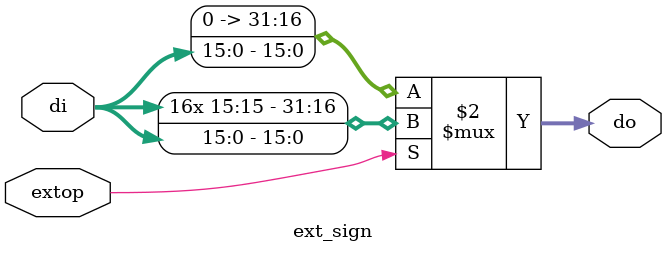
<source format=v>
`timescale 1ns / 1ps


module ext_sign(input [15:0] di,input extop,output [31:0] do);
assign do=(extop==1)?{{16{di[15]}},di}:{16'b0,di};
endmodule

</source>
